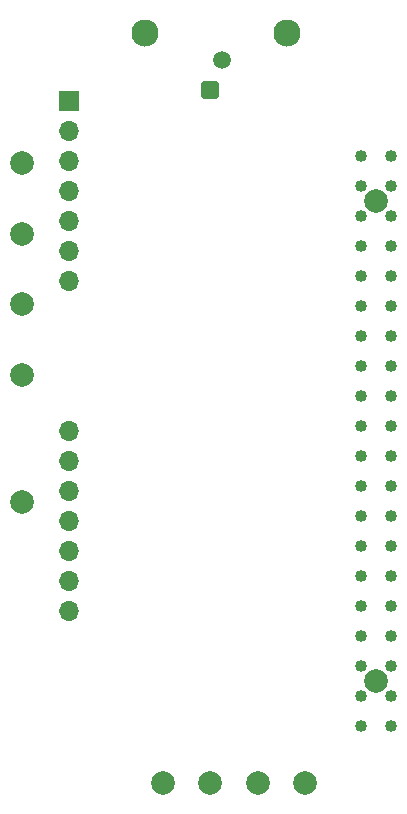
<source format=gbs>
G04 #@! TF.GenerationSoftware,KiCad,Pcbnew,8.0.4*
G04 #@! TF.CreationDate,2024-09-04T02:40:28-04:00*
G04 #@! TF.ProjectId,phone_pcb,70686f6e-655f-4706-9362-2e6b69636164,rev?*
G04 #@! TF.SameCoordinates,Original*
G04 #@! TF.FileFunction,Soldermask,Bot*
G04 #@! TF.FilePolarity,Negative*
%FSLAX46Y46*%
G04 Gerber Fmt 4.6, Leading zero omitted, Abs format (unit mm)*
G04 Created by KiCad (PCBNEW 8.0.4) date 2024-09-04 02:40:28*
%MOMM*%
%LPD*%
G01*
G04 APERTURE LIST*
G04 Aperture macros list*
%AMRoundRect*
0 Rectangle with rounded corners*
0 $1 Rounding radius*
0 $2 $3 $4 $5 $6 $7 $8 $9 X,Y pos of 4 corners*
0 Add a 4 corners polygon primitive as box body*
4,1,4,$2,$3,$4,$5,$6,$7,$8,$9,$2,$3,0*
0 Add four circle primitives for the rounded corners*
1,1,$1+$1,$2,$3*
1,1,$1+$1,$4,$5*
1,1,$1+$1,$6,$7*
1,1,$1+$1,$8,$9*
0 Add four rect primitives between the rounded corners*
20,1,$1+$1,$2,$3,$4,$5,0*
20,1,$1+$1,$4,$5,$6,$7,0*
20,1,$1+$1,$6,$7,$8,$9,0*
20,1,$1+$1,$8,$9,$2,$3,0*%
G04 Aperture macros list end*
%ADD10C,2.300000*%
%ADD11RoundRect,0.250000X0.510000X0.510000X-0.510000X0.510000X-0.510000X-0.510000X0.510000X-0.510000X0*%
%ADD12C,1.520000*%
%ADD13C,2.000000*%
%ADD14C,1.020000*%
%ADD15R,1.700000X1.700000*%
%ADD16O,1.700000X1.700000*%
G04 APERTURE END LIST*
D10*
X76240000Y-57250000D03*
X64240000Y-57250000D03*
D11*
X69730000Y-62090000D03*
D12*
X70750000Y-59550000D03*
D13*
X53750000Y-97000000D03*
D14*
X82499598Y-115970278D03*
X85039598Y-115970278D03*
X82499598Y-113430278D03*
X85039598Y-113430278D03*
D13*
X83769598Y-112160278D03*
D14*
X82499598Y-110890278D03*
X85039598Y-110890278D03*
X82499598Y-108350278D03*
X85039598Y-108350278D03*
X82499598Y-105810278D03*
X85039598Y-105810278D03*
X82499598Y-103270278D03*
X85039598Y-103270278D03*
X82499598Y-100730278D03*
X85039598Y-100730278D03*
X82499598Y-98190278D03*
X85039598Y-98190278D03*
X82499598Y-95650278D03*
X85039598Y-95650278D03*
X82499598Y-93110278D03*
X85039598Y-93110278D03*
X82499598Y-90570278D03*
X85039598Y-90570278D03*
X82499598Y-88030278D03*
X85039598Y-88030278D03*
X82499598Y-85490278D03*
X85039598Y-85490278D03*
X82499598Y-82950278D03*
X85039598Y-82950278D03*
X82499598Y-80410278D03*
X85039598Y-80410278D03*
X82499598Y-77870278D03*
X85039598Y-77870278D03*
X82499598Y-75330278D03*
X85039598Y-75330278D03*
X82499598Y-72790278D03*
X85039598Y-72790278D03*
D13*
X83769598Y-71520278D03*
D14*
X82499598Y-70250278D03*
X85039598Y-70250278D03*
X82499598Y-67710278D03*
X85039598Y-67710278D03*
D15*
X57750000Y-63010000D03*
D16*
X57750000Y-65550000D03*
X57750000Y-68090000D03*
X57750000Y-70630000D03*
X57750000Y-73170000D03*
X57750000Y-75710000D03*
X57750000Y-78250000D03*
X57750000Y-90950000D03*
X57750000Y-93490000D03*
X57750000Y-96030000D03*
X57750000Y-98570000D03*
X57750000Y-101110000D03*
X57750000Y-103650000D03*
X57750000Y-106190000D03*
D13*
X53750000Y-86250000D03*
X53750000Y-74250000D03*
X65750000Y-120750000D03*
X77750000Y-120750000D03*
X73750000Y-120750000D03*
X53750000Y-68250000D03*
X69750000Y-120750000D03*
X53750000Y-80250000D03*
M02*

</source>
